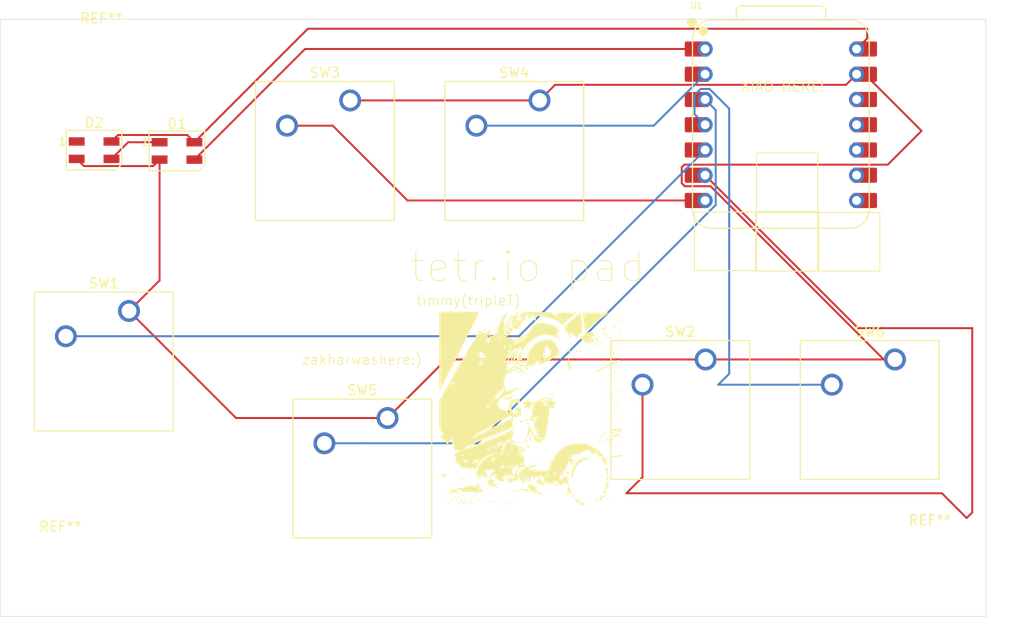
<source format=kicad_pcb>
(kicad_pcb (version 20241229) (generator "pcbnew") (generator_version "9.0")
  (layers (0 "F.Cu" signal) (2 "B.Cu" signal) (13 "F.Paste" user) (15 "B.Paste" user) (5 "F.SilkS" user "F.Silkscreen") (7 "B.SilkS" user "B.Silkscreen") (1 "F.Mask" user) (3 "B.Mask" user) (25 "Edge.Cuts" user))
  (net 0 "")
  (net 1 "GND")
  (net 2 "+5V")
  (net 3 "Net-(D1-DOUT)")
  (net 4 "Net-(D1-DIN)")
  (net 5 "Net-(U1-GPIO6{slash}SDA)")
  (net 6 "Net-(U1-GPIO7{slash}SCL)")
  (net 7 "Net-(U1-GPIO0{slash}TX)")
  (net 8 "Net-(U1-GPIO27{slash}ADC1{slash}A1)")
  (net 9 "Net-(U1-GPIO28{slash}ADC2{slash}A2)")
  (net 10 "Net-(U1-GPIO29{slash}ADC3{slash}A3)")
  (footprint "MountingHole:MountingHole_3.2mm_M3" (layer "F.Cu") (at 75.184 127.762)
    (property "Reference" "REF**" (at 0 -4.15 0) (layer "F.SilkS"))
    (property "Value" "MountingHole_3.2mm_M3")
    (pad "" np_thru_hole circle (at 0 0) (size 3.2 3.2) (drill 3.2) (layers "*.Cu" "*.Mask"))
  )
  (footprint "Button_Switch_Keyboard:SW_Cherry_MX_1.00u_PCB" (layer "F.Cu") (at 123.3932 80.7212)
    (property "Reference" "SW4" (at -2.54 -2.794 0) (layer "F.SilkS"))
    (property "Value" "SW_Push")
    (pad "" np_thru_hole circle (at -7.62 5.08) (size 1.7 1.7) (drill 1.7) (layers "*.Cu" "*.Mask"))
    (pad "" np_thru_hole circle (at -2.54 5.08) (size 4 4) (drill 4) (layers "*.Cu" "*.Mask"))
    (pad "" np_thru_hole circle (at 2.54 5.08) (size 1.7 1.7) (drill 1.7) (layers "*.Cu" "*.Mask"))
    (pad "1" thru_hole circle (at 0 0) (size 2.2 2.2) (drill 1.5) (layers "*.Cu" "*.Mask") (net 1 "GND"))
    (pad "2" thru_hole circle (at -6.35 2.54) (size 2.2 2.2) (drill 1.5) (layers "*.Cu" "*.Mask") (net 8 "Net-(U1-GPIO27{slash}ADC1{slash}A1)"))
  )
  (footprint "Button_Switch_Keyboard:SW_Cherry_MX_1.00u_PCB" (layer "F.Cu") (at 82.0928 101.9048)
    (property "Reference" "SW1" (at -2.54 -2.794 0) (layer "F.SilkS"))
    (property "Value" "SW_Push")
    (pad "" np_thru_hole circle (at -7.62 5.08) (size 1.7 1.7) (drill 1.7) (layers "*.Cu" "*.Mask"))
    (pad "" np_thru_hole circle (at -2.54 5.08) (size 4 4) (drill 4) (layers "*.Cu" "*.Mask"))
    (pad "" np_thru_hole circle (at 2.54 5.08) (size 1.7 1.7) (drill 1.7) (layers "*.Cu" "*.Mask"))
    (pad "1" thru_hole circle (at 0 0) (size 2.2 2.2) (drill 1.5) (layers "*.Cu" "*.Mask") (net 1 "GND"))
    (pad "2" thru_hole circle (at -6.35 2.54) (size 2.2 2.2) (drill 1.5) (layers "*.Cu" "*.Mask") (net 5 "Net-(U1-GPIO6{slash}SDA)"))
  )
  (footprint "MountingHole:MountingHole_3.2mm_M3" (layer "F.Cu") (at 162.6616 127.1016)
    (property "Reference" "REF**" (at 0 -4.15 0) (layer "F.SilkS"))
    (property "Value" "MountingHole_3.2mm_M3")
    (pad "" np_thru_hole circle (at 0 0) (size 3.2 3.2) (drill 3.2) (layers "*.Cu" "*.Mask"))
  )
  (footprint "Button_Switch_Keyboard:SW_Cherry_MX_1.00u_PCB" (layer "F.Cu") (at 108.1024 112.6744)
    (property "Reference" "SW5" (at -2.54 -2.794 0) (layer "F.SilkS"))
    (property "Value" "SW_Push")
    (pad "" np_thru_hole circle (at -7.62 5.08) (size 1.7 1.7) (drill 1.7) (layers "*.Cu" "*.Mask"))
    (pad "" np_thru_hole circle (at -2.54 5.08) (size 4 4) (drill 4) (layers "*.Cu" "*.Mask"))
    (pad "" np_thru_hole circle (at 2.54 5.08) (size 1.7 1.7) (drill 1.7) (layers "*.Cu" "*.Mask"))
    (pad "1" thru_hole circle (at 0 0) (size 2.2 2.2) (drill 1.5) (layers "*.Cu" "*.Mask") (net 1 "GND"))
    (pad "2" thru_hole circle (at -6.35 2.54) (size 2.2 2.2) (drill 1.5) (layers "*.Cu" "*.Mask") (net 9 "Net-(U1-GPIO28{slash}ADC2{slash}A2)"))
  )
  (footprint "Button_Switch_Keyboard:SW_Cherry_MX_1.00u_PCB" (layer "F.Cu") (at 104.3432 80.7212)
    (property "Reference" "SW3" (at -2.54 -2.794 0) (layer "F.SilkS"))
    (property "Value" "SW_Push")
    (pad "" np_thru_hole circle (at -7.62 5.08) (size 1.7 1.7) (drill 1.7) (layers "*.Cu" "*.Mask"))
    (pad "" np_thru_hole circle (at -2.54 5.08) (size 4 4) (drill 4) (layers "*.Cu" "*.Mask"))
    (pad "" np_thru_hole circle (at 2.54 5.08) (size 1.7 1.7) (drill 1.7) (layers "*.Cu" "*.Mask"))
    (pad "1" thru_hole circle (at 0 0) (size 2.2 2.2) (drill 1.5) (layers "*.Cu" "*.Mask") (net 1 "GND"))
    (pad "2" thru_hole circle (at -6.35 2.54) (size 2.2 2.2) (drill 1.5) (layers "*.Cu" "*.Mask") (net 7 "Net-(U1-GPIO0{slash}TX)"))
  )
  (footprint "MountingHole:MountingHole_3.2mm_M3" (layer "F.Cu") (at 79.2988 76.6064)
    (property "Reference" "REF**" (at 0 -4.15 0) (layer "F.SilkS"))
    (property "Value" "MountingHole_3.2mm_M3")
    (pad "" np_thru_hole circle (at 0 0) (size 3.2 3.2) (drill 3.2) (layers "*.Cu" "*.Mask"))
  )
  (footprint "Button_Switch_Keyboard:SW_Cherry_MX_1.00u_PCB" (layer "F.Cu") (at 140.1064 106.7816)
    (property "Reference" "SW2" (at -2.54 -2.794 0) (layer "F.SilkS"))
    (property "Value" "SW_Push")
    (pad "" np_thru_hole circle (at -7.62 5.08) (size 1.7 1.7) (drill 1.7) (layers "*.Cu" "*.Mask"))
    (pad "" np_thru_hole circle (at -2.54 5.08) (size 4 4) (drill 4) (layers "*.Cu" "*.Mask"))
    (pad "" np_thru_hole circle (at 2.54 5.08) (size 1.7 1.7) (drill 1.7) (layers "*.Cu" "*.Mask"))
    (pad "1" thru_hole circle (at 0 0) (size 2.2 2.2) (drill 1.5) (layers "*.Cu" "*.Mask") (net 1 "GND"))
    (pad "2" thru_hole circle (at -6.35 2.54) (size 2.2 2.2) (drill 1.5) (layers "*.Cu" "*.Mask") (net 6 "Net-(U1-GPIO7{slash}SCL)"))
  )
  (footprint "opl:XIAO-RP2040-DIP" (layer "F.Cu") (at 147.6756 83.1661)
    (property "Reference" "U1" (at -8.5 -12 0) (layer "F.SilkS") (effects (font (size 0.635 0.635) (thickness 0.1016))))
    (property "Value" "XIAO-RP2040-DIP")
    (pad "1" smd roundrect (at -8.455 -7.62 180) (size 2.432 1.524) (layers "F.Cu" "F.Mask") (roundrect_rratio 0.1) (net 4 "Net-(D1-DIN)"))
    (pad "1" thru_hole circle (at -7.62 -7.62 180) (size 1.524 1.524) (drill 0.889) (layers "*.Cu" "*.Mask") (net 4 "Net-(D1-DIN)"))
    (pad "2" smd roundrect (at -8.455 -5.08 180) (size 2.432 1.524) (layers "F.Cu" "F.Mask") (roundrect_rratio 0.1) (net 8 "Net-(U1-GPIO27{slash}ADC1{slash}A1)"))
    (pad "2" thru_hole circle (at -7.62 -5.08 180) (size 1.524 1.524) (drill 0.889) (layers "*.Cu" "*.Mask") (net 8 "Net-(U1-GPIO27{slash}ADC1{slash}A1)"))
    (pad "3" smd roundrect (at -8.455 -2.54 180) (size 2.432 1.524) (layers "F.Cu" "F.Mask") (roundrect_rratio 0.1) (net 9 "Net-(U1-GPIO28{slash}ADC2{slash}A2)"))
    (pad "3" thru_hole circle (at -7.62 -2.54 180) (size 1.524 1.524) (drill 0.889) (layers "*.Cu" "*.Mask") (net 9 "Net-(U1-GPIO28{slash}ADC2{slash}A2)"))
    (pad "4" smd roundrect (at -8.455 0 180) (size 2.432 1.524) (layers "F.Cu" "F.Mask") (roundrect_rratio 0.1) (net 10 "Net-(U1-GPIO29{slash}ADC3{slash}A3)"))
    (pad "4" thru_hole circle (at -7.62 0 180) (size 1.524 1.524) (drill 0.889) (layers "*.Cu" "*.Mask") (net 10 "Net-(U1-GPIO29{slash}ADC3{slash}A3)"))
    (pad "5" smd roundrect (at -8.455 2.54 180) (size 2.432 1.524) (layers "F.Cu" "F.Mask") (roundrect_rratio 0.1) (net 5 "Net-(U1-GPIO6{slash}SDA)"))
    (pad "5" thru_hole circle (at -7.62 2.54 180) (size 1.524 1.524) (drill 0.889) (layers "*.Cu" "*.Mask") (net 5 "Net-(U1-GPIO6{slash}SDA)"))
    (pad "6" smd roundrect (at -8.455 5.08 180) (size 2.432 1.524) (layers "F.Cu" "F.Mask") (roundrect_rratio 0.1) (net 6 "Net-(U1-GPIO7{slash}SCL)"))
    (pad "6" thru_hole circle (at -7.62 5.08 180) (size 1.524 1.524) (drill 0.889) (layers "*.Cu" "*.Mask") (net 6 "Net-(U1-GPIO7{slash}SCL)"))
    (pad "7" smd roundrect (at -8.455 7.62 180) (size 2.432 1.524) (layers "F.Cu" "F.Mask") (roundrect_rratio 0.1) (net 7 "Net-(U1-GPIO0{slash}TX)"))
    (pad "7" thru_hole circle (at -7.62 7.62 180) (size 1.524 1.524) (drill 0.889) (layers "*.Cu" "*.Mask") (net 7 "Net-(U1-GPIO0{slash}TX)"))
    (pad "8" thru_hole circle (at 7.62 7.62) (size 1.524 1.524) (drill 0.889) (layers "*.Cu" "*.Mask"))
    (pad "8" smd roundrect (at 8.455 7.62) (size 2.432 1.524) (layers "F.Cu" "F.Mask") (roundrect_rratio 0.1))
    (pad "9" thru_hole circle (at 7.62 5.08) (size 1.524 1.524) (drill 0.889) (layers "*.Cu" "*.Mask"))
    (pad "9" smd roundrect (at 8.455 5.08) (size 2.432 1.524) (layers "F.Cu" "F.Mask") (roundrect_rratio 0.1))
    (pad "10" thru_hole circle (at 7.62 2.54) (size 1.524 1.524) (drill 0.889) (layers "*.Cu" "*.Mask"))
    (pad "10" smd roundrect (at 8.455 2.54) (size 2.432 1.524) (layers "F.Cu" "F.Mask") (roundrect_rratio 0.1))
    (pad "11" thru_hole circle (at 7.62 0) (size 1.524 1.524) (drill 0.889) (layers "*.Cu" "*.Mask"))
    (pad "11" smd roundrect (at 8.455 0) (size 2.432 1.524) (layers "F.Cu" "F.Mask") (roundrect_rratio 0.1))
    (pad "12" thru_hole circle (at 7.62 -2.54) (size 1.524 1.524) (drill 0.889) (layers "*.Cu" "*.Mask"))
    (pad "12" smd roundrect (at 8.455 -2.54) (size 2.432 1.524) (layers "F.Cu" "F.Mask") (roundrect_rratio 0.1))
    (pad "13" thru_hole circle (at 7.62 -5.08) (size 1.524 1.524) (drill 0.889) (layers "*.Cu" "*.Mask") (net 1 "GND"))
    (pad "13" smd roundrect (at 8.455 -5.08) (size 2.432 1.524) (layers "F.Cu" "F.Mask") (roundrect_rratio 0.1) (net 1 "GND"))
    (pad "14" thru_hole circle (at 7.62 -7.62) (size 1.524 1.524) (drill 0.889) (layers "*.Cu" "*.Mask") (net 2 "+5V"))
    (pad "14" smd roundrect (at 8.455 -7.62) (size 2.432 1.524) (layers "F.Cu" "F.Mask") (roundrect_rratio 0.1) (net 2 "+5V"))
  )
  (footprint "LED_SMD:LED_SK6812MINI_PLCC4_3.5x3.5mm_P1.75mm" (layer "F.Cu") (at 78.58125 85.725)
    (property "Reference" "D2" (at 0 -2.75 0) (layer "F.SilkS"))
    (property "Value" "SK6812MINI")
    (fp_text user "1" (at -3.2 -0.875 0) (layer "F.SilkS") (effects (font (size 0.8 0.8))))
    (pad "1" smd rect (at -1.75 -0.875) (size 1.6 0.85) (layers "F.Cu" "F.Mask" "F.Paste"))
    (pad "2" smd rect (at -1.75 0.875) (size 1.6 0.85) (layers "F.Cu" "F.Mask" "F.Paste") (net 1 "GND"))
    (pad "3" smd rect (at 1.75 0.875) (size 1.6 0.85) (layers "F.Cu" "F.Mask" "F.Paste") (net 3 "Net-(D1-DOUT)"))
    (pad "4" smd rect (at 1.75 -0.875) (size 1.6 0.85) (layers "F.Cu" "F.Mask" "F.Paste") (net 2 "+5V"))
  )
  (footprint "Button_Switch_Keyboard:SW_Cherry_MX_1.00u_PCB" (layer "F.Cu") (at 159.1564 106.7816)
    (property "Reference" "SW6" (at -2.54 -2.794 0) (layer "F.SilkS"))
    (property "Value" "SW_Push")
    (pad "" np_thru_hole circle (at -7.62 5.08) (size 1.7 1.7) (drill 1.7) (layers "*.Cu" "*.Mask"))
    (pad "" np_thru_hole circle (at -2.54 5.08) (size 4 4) (drill 4) (layers "*.Cu" "*.Mask"))
    (pad "" np_thru_hole circle (at 2.54 5.08) (size 1.7 1.7) (drill 1.7) (layers "*.Cu" "*.Mask"))
    (pad "1" thru_hole circle (at 0 0) (size 2.2 2.2) (drill 1.5) (layers "*.Cu" "*.Mask") (net 1 "GND"))
    (pad "2" thru_hole circle (at -6.35 2.54) (size 2.2 2.2) (drill 1.5) (layers "*.Cu" "*.Mask") (net 10 "Net-(U1-GPIO29{slash}ADC3{slash}A3)"))
  )
  (footprint "LED_SMD:LED_SK6812MINI_PLCC4_3.5x3.5mm_P1.75mm" (layer "F.Cu") (at 86.9188 85.8012)
    (property "Reference" "D1" (at 0 -2.75 0) (layer "F.SilkS"))
    (property "Value" "SK6812MINI")
    (fp_text user "1" (at -3.2 -0.875 0) (layer "F.SilkS") (effects (font (size 0.8 0.8))))
    (pad "1" smd rect (at -1.75 -0.875) (size 1.6 0.85) (layers "F.Cu" "F.Mask" "F.Paste") (net 3 "Net-(D1-DOUT)"))
    (pad "2" smd rect (at -1.75 0.875) (size 1.6 0.85) (layers "F.Cu" "F.Mask" "F.Paste") (net 1 "GND"))
    (pad "3" smd rect (at 1.75 0.875) (size 1.6 0.85) (layers "F.Cu" "F.Mask" "F.Paste") (net 4 "Net-(D1-DIN)"))
    (pad "4" smd rect (at 1.75 -0.875) (size 1.6 0.85) (layers "F.Cu" "F.Mask" "F.Paste") (net 2 "+5V"))
  )
  (footprint "LOGO" (layer "F.Cu") (at 122.614267 111.751534)
    (property "Reference" "G***" (at 0 0 0) (layer "F.SilkS") (effects (font (size 1.5 1.5) (thickness 0.3))))
    (property "Value" "LOGO" (hide yes))
  )
  (gr_rect (start 151.4856 91.9988) (end 157.6324 97.8916) (stroke (width 0.1)) (fill no) (layer "F.SilkS"))
  (gr_rect (start 145.2372 86.0044) (end 151.384 91.8972) (stroke (width 0.1)) (fill no) (layer "F.SilkS"))
  (gr_rect (start 138.9888 91.948) (end 145.1356 97.8408) (stroke (width 0.1)) (fill no) (layer "F.SilkS"))
  (gr_rect (start 145.2118 91.9988) (end 151.3586 97.8916) (stroke (width 0.1)) (fill no) (layer "F.SilkS"))
  (gr_rect (start 69.1388 72.5424) (end 168.3004 132.6388) (stroke (width 0.05)) (fill no) (layer "Edge.Cuts"))
  (gr_text "timmy(tripleT)" (at 110.930267 101.439134 0) (layer "F.SilkS") (effects (font (size 1 1) (thickness 0.1)) (justify left bottom)))
  (gr_text "XIAO HERE!" (at 143.5608 79.9084 0) (layer "F.SilkS") (effects (font (size 1 1) (thickness 0.1)) (justify left bottom)))
  (gr_text "tetr.io pad" (at 110.168267 99.203934 0) (layer "F.SilkS") (effects (font (size 3 3) (thickness 0.1)) (justify left bottom)))
  (gr_text "zakharwashere:)" (at 99.4156 107.3912 0) (layer "F.SilkS") (effects (font (size 1 1) (thickness 0.1)) (justify left bottom)))
  (segment (start 161.8274 83.7829) (end 156.1306 78.0861) (width 0.2) (layer "F.Cu") (net 1))
  (segment (start 124.9653 79.1491) (end 154.2326 79.1491) (width 0.2) (layer "F.Cu") (net 1))
  (segment (start 161.8274 83.7829) (end 158.4272 87.1831) (width 0.2) (layer "F.Cu") (net 1))
  (segment (start 140.5942 89.3518) (end 158.024 106.7816) (width 0.2) (layer "F.Cu") (net 1))
  (segment (start 158.4272 87.1831) (end 137.964974 87.1831) (width 0.2) (layer "F.Cu") (net 1))
  (segment (start 85.1688 98.8288) (end 82.0928 101.9048) (width 0.2) (layer "F.Cu") (net 1))
  (segment (start 113.9952 106.7816) (end 108.1024 112.6744) (width 0.2) (layer "F.Cu") (net 1))
  (segment (start 137.7036 87.444474) (end 137.7036 89.047726) (width 0.2) (layer "F.Cu") (net 1))
  (segment (start 92.8624 112.6744) (end 108.1024 112.6744) (width 0.2) (layer "F.Cu") (net 1))
  (segment (start 138.007674 89.3518) (end 140.5942 89.3518) (width 0.2) (layer "F.Cu") (net 1))
  (segment (start 154.2326 79.1491) (end 155.2956 78.0861) (width 0.2) (layer "F.Cu") (net 1))
  (segment (start 84.519 87.326) (end 85.1688 86.6762) (width 0.2) (layer "F.Cu") (net 1))
  (segment (start 158.024 106.7816) (end 159.1564 106.7816) (width 0.2) (layer "F.Cu") (net 1))
  (segment (start 76.83125 86.6) (end 77.55725 87.326) (width 0.2) (layer "F.Cu") (net 1))
  (segment (start 137.964974 87.1831) (end 137.7036 87.444474) (width 0.2) (layer "F.Cu") (net 1))
  (segment (start 85.1688 86.6762) (end 85.1688 98.8288) (width 0.2) (layer "F.Cu") (net 1))
  (segment (start 77.55725 87.326) (end 84.519 87.326) (width 0.2) (layer "F.Cu") (net 1))
  (segment (start 159.1564 106.7816) (end 113.9952 106.7816) (width 0.2) (layer "F.Cu") (net 1))
  (segment (start 123.3932 80.7212) (end 104.3432 80.7212) (width 0.2) (layer "F.Cu") (net 1))
  (segment (start 123.3932 80.7212) (end 124.9653 79.1491) (width 0.2) (layer "F.Cu") (net 1))
  (segment (start 82.0928 101.9048) (end 92.8624 112.6744) (width 0.2) (layer "F.Cu") (net 1))
  (segment (start 137.7036 89.047726) (end 138.007674 89.3518) (width 0.2) (layer "F.Cu") (net 1))
  (segment (start 123.3932 80.6704) (end 123.2916 80.5688) (width 0.2) (layer "B.Cu") (net 1))
  (segment (start 80.98105 84.2002) (end 87.9428 84.2002) (width 0.2) (layer "F.Cu") (net 2))
  (segment (start 80.33125 84.85) (end 80.3288 84.85) (width 0.2) (layer "F.Cu") (net 2))
  (segment (start 156.3624 74.4793) (end 155.2956 75.5461) (width 0.2) (layer "F.Cu") (net 2))
  (segment (start 100.0874 73.5076) (end 156.3624 73.5076) (width 0.2) (layer "F.Cu") (net 2))
  (segment (start 80.3288 84.85) (end 80.3148 84.836) (width 0.2) (layer "F.Cu") (net 2))
  (segment (start 88.6688 84.9262) (end 100.0874 73.5076) (width 0.2) (layer "F.Cu") (net 2))
  (segment (start 80.33125 84.85) (end 80.98105 84.2002) (width 0.2) (layer "F.Cu") (net 2))
  (segment (start 156.3624 73.5076) (end 156.3624 74.4793) (width 0.2) (layer "F.Cu") (net 2))
  (segment (start 87.9428 84.2002) (end 88.6688 84.9262) (width 0.2) (layer "F.Cu") (net 2))
  (segment (start 82.00505 84.9262) (end 80.33125 86.6) (width 0.2) (layer "F.Cu") (net 3))
  (segment (start 85.1688 84.9262) (end 82.00505 84.9262) (width 0.2) (layer "F.Cu") (net 3))
  (segment (start 99.7989 75.5461) (end 140.0556 75.5461) (width 0.2) (layer "F.Cu") (net 4))
  (segment (start 88.6688 86.6762) (end 99.7989 75.5461) (width 0.2) (layer "F.Cu") (net 4))
  (segment (start 121.3169 104.4448) (end 140.0556 85.7061) (width 0.2) (layer "B.Cu") (net 5))
  (segment (start 75.7428 104.4448) (end 121.3169 104.4448) (width 0.2) (layer "B.Cu") (net 5))
  (segment (start 133.7564 118.618) (end 133.7564 109.3216) (width 0.2) (layer "F.Cu") (net 6))
  (segment (start 140.0556 88.9508) (end 140.0556 88.2461) (width 0.2) (layer "F.Cu") (net 6))
  (segment (start 140.0556 88.2461) (end 155.4415 103.632) (width 0.2) (layer "F.Cu") (net 6))
  (segment (start 166.9288 122.174) (end 166.37 122.7328) (width 0.2) (layer "F.Cu") (net 6))
  (segment (start 163.8808 120.2436) (end 132.1308 120.2436) (width 0.2) (layer "F.Cu") (net 6))
  (segment (start 166.9288 103.632) (end 166.9288 122.174) (width 0.2) (layer "F.Cu") (net 6))
  (segment (start 166.37 122.7328) (end 163.8808 120.2436) (width 0.2) (layer "F.Cu") (net 6))
  (segment (start 132.1308 120.2436) (end 133.7564 118.618) (width 0.2) (layer "F.Cu") (net 6))
  (segment (start 155.4415 103.632) (end 166.9288 103.632) (width 0.2) (layer "F.Cu") (net 6))
  (segment (start 110.112916 90.7861) (end 102.588016 83.2612) (width 0.2) (layer "F.Cu") (net 7))
  (segment (start 102.588016 83.2612) (end 97.9932 83.2612) (width 0.2) (layer "F.Cu") (net 7))
  (segment (start 140.0556 90.7861) (end 110.112916 90.7861) (width 0.2) (layer "F.Cu") (net 7))
  (segment (start 134.8805 83.2612) (end 140.0556 78.0861) (width 0.2) (layer "B.Cu") (net 8))
  (segment (start 117.0432 83.2612) (end 134.8805 83.2612) (width 0.2) (layer "B.Cu") (net 8))
  (segment (start 101.7524 115.2144) (end 117.1448 115.2144) (width 0.2) (layer "B.Cu") (net 9))
  (segment (start 117.1448 115.2144) (end 141.1186 91.2406) (width 0.2) (layer "B.Cu") (net 9))
  (segment (start 141.1186 91.2406) (end 141.1186 81.6891) (width 0.2) (layer "B.Cu") (net 9))
  (segment (start 141.1186 81.6891) (end 140.0556 80.6261) (width 0.2) (layer "B.Cu") (net 9))
  (segment (start 142.476399 81.543589) (end 142.476399 108.221601) (width 0.2) (layer "B.Cu") (net 10))
  (segment (start 141.3764 109.3216) (end 152.8064 109.3216) (width 0.2) (layer "B.Cu") (net 10))
  (segment (start 140.49591 79.5631) (end 142.476399 81.543589) (width 0.2) (layer "B.Cu") (net 10))
  (segment (start 138.9926 80.18579) (end 139.61529 79.5631) (width 0.2) (layer "B.Cu") (net 10))
  (segment (start 142.476399 108.221601) (end 141.3764 109.3216) (width 0.2) (layer "B.Cu") (net 10))
  (segment (start 140.0556 83.1661) (end 138.9926 82.1031) (width 0.2) (layer "B.Cu") (net 10))
  (segment (start 139.61529 79.5631) (end 140.49591 79.5631) (width 0.2) (layer "B.Cu") (net 10))
  (segment (start 138.9926 82.1031) (end 138.9926 80.18579) (width 0.2) (layer "B.Cu") (net 10))
)
</source>
